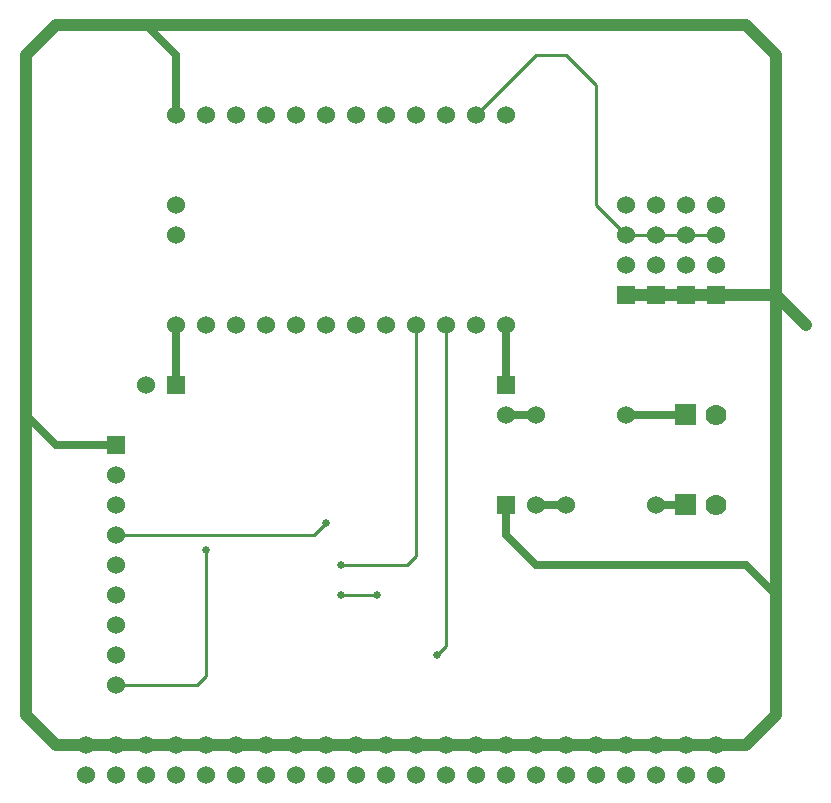
<source format=gtl>
G04 start of page 2 for group 0 idx 0 *
G04 Title: (unknown), top *
G04 Creator: pcb 20140316 *
G04 CreationDate: Fri 04 Aug 2017 03:19:25 PM GMT UTC *
G04 For: root *
G04 Format: Gerber/RS-274X *
G04 PCB-Dimensions (mil): 6000.00 5000.00 *
G04 PCB-Coordinate-Origin: lower left *
%MOIN*%
%FSLAX25Y25*%
%LNTOP*%
%ADD20C,0.0280*%
%ADD19C,0.0380*%
%ADD18C,0.0130*%
%ADD17C,0.0260*%
%ADD16C,0.0700*%
%ADD15C,0.0001*%
%ADD14C,0.0600*%
%ADD13C,0.0100*%
%ADD12C,0.0250*%
%ADD11C,0.0400*%
G54D11*X270000Y250000D02*Y470000D01*
Y390000D02*X280000Y380000D01*
G54D12*X260000Y300000D02*X270000Y290000D01*
G54D13*X210000Y420000D02*Y460000D01*
X220000Y410000D02*X210000Y420000D01*
X250000Y410000D02*X220000D01*
G54D11*Y390000D02*X270000D01*
G54D12*X220000Y350000D02*X240000D01*
X180000D02*X190000D01*
X180000Y380000D02*Y360000D01*
X190000Y300000D02*X260000D01*
X180000Y310000D02*X190000Y300000D01*
X180000Y320000D02*Y310000D01*
G54D11*X260000Y240000D02*X230000D01*
G54D12*Y320000D02*X240000D01*
X190000D02*X200000D01*
G54D11*X270000Y250000D02*X260000Y240000D01*
G54D13*X150000Y380000D02*Y303000D01*
X160000Y380000D02*Y273000D01*
X157000Y270000D02*X160000Y273000D01*
X150000Y380000D02*Y376000D01*
G54D11*X260000Y480000D02*X30000D01*
X270000Y470000D02*X260000Y480000D01*
G54D13*X190000Y470000D02*X200000D01*
X210000Y460000D02*X200000Y470000D01*
X170000Y450000D02*X190000Y470000D01*
G54D12*X70000D02*X60000Y480000D01*
X70000Y450000D02*Y470000D01*
G54D11*X20000D02*Y440000D01*
X30000Y480000D02*X20000Y470000D01*
Y450000D02*Y250000D01*
G54D12*X70000Y360000D02*Y380000D01*
X30000Y340000D02*X20000Y350000D01*
X50000Y340000D02*X30000D01*
G54D11*Y240000D02*X240000D01*
X20000Y250000D02*X30000Y240000D01*
G54D13*X50000Y310000D02*X116000D01*
X80000Y263000D02*Y305000D01*
X77000Y260000D02*X80000Y263000D01*
X50000Y260000D02*X77000D01*
X116000Y310000D02*X120000Y314000D01*
X125000Y290000D02*X137000D01*
X125000Y300000D02*X147000D01*
X150000Y303000D02*X147000Y300000D01*
G54D14*X40000Y230000D03*
Y240000D03*
X50000Y230000D03*
Y240000D03*
X250000D03*
Y230000D03*
X240000D03*
Y240000D03*
X230000D03*
Y230000D03*
X220000D03*
X210000D03*
X200000D03*
X220000Y240000D03*
X210000D03*
X200000D03*
X190000D03*
Y230000D03*
X180000D03*
X170000D03*
X180000Y240000D03*
X170000D03*
X160000D03*
X150000D03*
X140000D03*
X130000D03*
X160000Y230000D03*
X150000D03*
X140000D03*
X130000D03*
X120000D03*
X110000D03*
X100000D03*
X120000Y240000D03*
X110000D03*
X100000D03*
X90000D03*
X80000D03*
X70000D03*
X90000Y230000D03*
X80000D03*
X70000D03*
X60000D03*
Y240000D03*
G54D15*G36*
X217000Y393000D02*Y387000D01*
X223000D01*
Y393000D01*
X217000D01*
G37*
G54D14*X220000Y400000D03*
Y410000D03*
Y420000D03*
G54D15*G36*
X237000Y393000D02*Y387000D01*
X243000D01*
Y393000D01*
X237000D01*
G37*
G36*
X247000D02*Y387000D01*
X253000D01*
Y393000D01*
X247000D01*
G37*
G54D14*X240000Y400000D03*
X230000D03*
X250000D03*
X240000Y420000D03*
X230000D03*
X250000D03*
G54D15*G36*
X227000Y393000D02*Y387000D01*
X233000D01*
Y393000D01*
X227000D01*
G37*
G54D14*X240000Y410000D03*
X230000D03*
X250000D03*
X70000D03*
Y420000D03*
Y450000D03*
X80000D03*
X90000D03*
X100000D03*
X110000D03*
X120000D03*
X130000D03*
X140000D03*
X150000D03*
X160000D03*
X170000D03*
X180000D03*
X150000Y380000D03*
X140000D03*
X130000D03*
X120000D03*
X110000D03*
X100000D03*
X90000D03*
X180000D03*
X170000D03*
X160000D03*
G54D15*G36*
X177000Y363000D02*Y357000D01*
X183000D01*
Y363000D01*
X177000D01*
G37*
G54D14*X180000Y350000D03*
X190000D03*
X220000D03*
G54D15*G36*
X236500Y353500D02*Y346500D01*
X243500D01*
Y353500D01*
X236500D01*
G37*
G54D16*X250000Y350000D03*
G54D15*G36*
X177000Y323000D02*Y317000D01*
X183000D01*
Y323000D01*
X177000D01*
G37*
G54D14*X190000Y320000D03*
X200000D03*
X230000D03*
G54D15*G36*
X236500Y323500D02*Y316500D01*
X243500D01*
Y323500D01*
X236500D01*
G37*
G54D16*X250000Y320000D03*
G54D14*X80000Y380000D03*
X70000D03*
G54D15*G36*
X47000Y343000D02*Y337000D01*
X53000D01*
Y343000D01*
X47000D01*
G37*
G54D14*X50000Y330000D03*
Y320000D03*
Y310000D03*
Y300000D03*
Y290000D03*
Y280000D03*
Y270000D03*
Y260000D03*
G54D15*G36*
X67000Y363000D02*Y357000D01*
X73000D01*
Y363000D01*
X67000D01*
G37*
G54D14*X60000Y360000D03*
G54D17*X120000Y314000D03*
X80000Y305000D03*
X125000Y290000D03*
Y300000D03*
X157000Y270000D03*
X137000Y290000D03*
G54D18*G54D11*G54D19*G54D11*G54D19*G54D20*G54D19*G54D20*G54D11*G54D19*M02*

</source>
